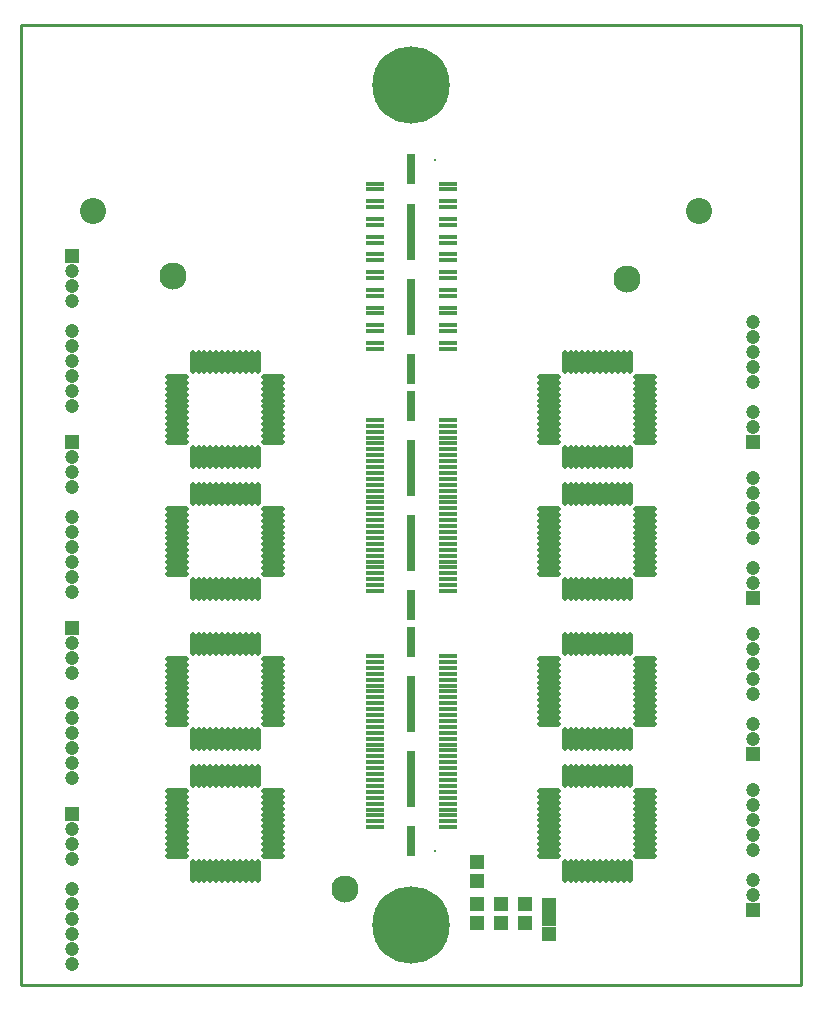
<source format=gts>
G04 Layer_Color=8388736*
%FSLAX25Y25*%
%MOIN*%
G70*
G01*
G75*
%ADD17C,0.01000*%
%ADD284R,0.04737X0.04540*%
%ADD285R,0.04737X0.04737*%
%ADD286O,0.07887X0.01981*%
%ADD287O,0.01981X0.07887*%
%ADD288R,0.06102X0.01575*%
%ADD289R,0.02913X0.10394*%
%ADD290R,0.02913X0.18898*%
%ADD291C,0.04737*%
%ADD292R,0.04737X0.04737*%
%ADD293C,0.09055*%
%ADD294C,0.25800*%
%ADD295C,0.00800*%
%ADD296C,0.08674*%
D17*
X0Y0D02*
X260000D01*
Y320000D01*
X0D02*
X260000D01*
X0Y0D02*
Y320000D01*
D284*
X152000Y20752D02*
D03*
Y27248D02*
D03*
X160000Y20752D02*
D03*
Y27248D02*
D03*
X168000Y20752D02*
D03*
Y27248D02*
D03*
X152000Y34752D02*
D03*
Y41248D02*
D03*
D285*
X176000Y26921D02*
D03*
Y22000D02*
D03*
Y17079D02*
D03*
D286*
X83945Y202827D02*
D03*
Y200858D02*
D03*
Y198890D02*
D03*
Y196921D02*
D03*
Y194953D02*
D03*
Y192984D02*
D03*
Y191016D02*
D03*
Y189047D02*
D03*
Y187079D02*
D03*
Y185110D02*
D03*
Y183142D02*
D03*
Y181173D02*
D03*
X52055D02*
D03*
Y183142D02*
D03*
Y185110D02*
D03*
Y187079D02*
D03*
Y189047D02*
D03*
Y191016D02*
D03*
Y192984D02*
D03*
Y194953D02*
D03*
Y196921D02*
D03*
Y198890D02*
D03*
Y200858D02*
D03*
Y202827D02*
D03*
X207945D02*
D03*
Y200858D02*
D03*
Y198890D02*
D03*
Y196921D02*
D03*
Y194953D02*
D03*
Y192984D02*
D03*
Y191016D02*
D03*
Y189047D02*
D03*
Y187079D02*
D03*
Y185110D02*
D03*
Y183142D02*
D03*
Y181173D02*
D03*
X176055D02*
D03*
Y183142D02*
D03*
Y185110D02*
D03*
Y187079D02*
D03*
Y189047D02*
D03*
Y191016D02*
D03*
Y192984D02*
D03*
Y194953D02*
D03*
Y196921D02*
D03*
Y198890D02*
D03*
Y200858D02*
D03*
Y202827D02*
D03*
X207945Y158827D02*
D03*
Y156858D02*
D03*
Y154890D02*
D03*
Y152921D02*
D03*
Y150953D02*
D03*
Y148984D02*
D03*
Y147016D02*
D03*
Y145047D02*
D03*
Y143079D02*
D03*
Y141110D02*
D03*
Y139142D02*
D03*
Y137173D02*
D03*
X176055D02*
D03*
Y139142D02*
D03*
Y141110D02*
D03*
Y143079D02*
D03*
Y145047D02*
D03*
Y147016D02*
D03*
Y148984D02*
D03*
Y150953D02*
D03*
Y152921D02*
D03*
Y154890D02*
D03*
Y156858D02*
D03*
Y158827D02*
D03*
X207945Y108827D02*
D03*
Y106858D02*
D03*
Y104890D02*
D03*
Y102921D02*
D03*
Y100953D02*
D03*
Y98984D02*
D03*
Y97016D02*
D03*
Y95047D02*
D03*
Y93079D02*
D03*
Y91110D02*
D03*
Y89142D02*
D03*
Y87173D02*
D03*
X176055D02*
D03*
Y89142D02*
D03*
Y91110D02*
D03*
Y93079D02*
D03*
Y95047D02*
D03*
Y97016D02*
D03*
Y98984D02*
D03*
Y100953D02*
D03*
Y102921D02*
D03*
Y104890D02*
D03*
Y106858D02*
D03*
Y108827D02*
D03*
X207945Y64827D02*
D03*
Y62858D02*
D03*
Y60890D02*
D03*
Y58921D02*
D03*
Y56953D02*
D03*
Y54984D02*
D03*
Y53016D02*
D03*
Y51047D02*
D03*
Y49079D02*
D03*
Y47110D02*
D03*
Y45142D02*
D03*
Y43173D02*
D03*
X176055D02*
D03*
Y45142D02*
D03*
Y47110D02*
D03*
Y49079D02*
D03*
Y51047D02*
D03*
Y53016D02*
D03*
Y54984D02*
D03*
Y56953D02*
D03*
Y58921D02*
D03*
Y60890D02*
D03*
Y62858D02*
D03*
Y64827D02*
D03*
X83945Y158827D02*
D03*
Y156858D02*
D03*
Y154890D02*
D03*
Y152921D02*
D03*
Y150953D02*
D03*
Y148984D02*
D03*
Y147016D02*
D03*
Y145047D02*
D03*
Y143079D02*
D03*
Y141110D02*
D03*
Y139142D02*
D03*
Y137173D02*
D03*
X52055D02*
D03*
Y139142D02*
D03*
Y141110D02*
D03*
Y143079D02*
D03*
Y145047D02*
D03*
Y147016D02*
D03*
Y148984D02*
D03*
Y150953D02*
D03*
Y152921D02*
D03*
Y154890D02*
D03*
Y156858D02*
D03*
Y158827D02*
D03*
X83945Y108827D02*
D03*
Y106858D02*
D03*
Y104890D02*
D03*
Y102921D02*
D03*
Y100953D02*
D03*
Y98984D02*
D03*
Y97016D02*
D03*
Y95047D02*
D03*
Y93079D02*
D03*
Y91110D02*
D03*
Y89142D02*
D03*
Y87173D02*
D03*
X52055D02*
D03*
Y89142D02*
D03*
Y91110D02*
D03*
Y93079D02*
D03*
Y95047D02*
D03*
Y97016D02*
D03*
Y98984D02*
D03*
Y100953D02*
D03*
Y102921D02*
D03*
Y104890D02*
D03*
Y106858D02*
D03*
Y108827D02*
D03*
X83945Y64827D02*
D03*
Y62858D02*
D03*
Y60890D02*
D03*
Y58921D02*
D03*
Y56953D02*
D03*
Y54984D02*
D03*
Y53016D02*
D03*
Y51047D02*
D03*
Y49079D02*
D03*
Y47110D02*
D03*
Y45142D02*
D03*
Y43173D02*
D03*
X52055D02*
D03*
Y45142D02*
D03*
Y47110D02*
D03*
Y49079D02*
D03*
Y51047D02*
D03*
Y53016D02*
D03*
Y54984D02*
D03*
Y56953D02*
D03*
Y58921D02*
D03*
Y60890D02*
D03*
Y62858D02*
D03*
Y64827D02*
D03*
D287*
X78827Y176055D02*
D03*
X76858D02*
D03*
X74890D02*
D03*
X72921D02*
D03*
X70953D02*
D03*
X68984D02*
D03*
X67016D02*
D03*
X65047D02*
D03*
X63079D02*
D03*
X61110D02*
D03*
X59142D02*
D03*
X57173D02*
D03*
Y207945D02*
D03*
X59142D02*
D03*
X61110D02*
D03*
X63079D02*
D03*
X65047D02*
D03*
X67016D02*
D03*
X68984D02*
D03*
X70953D02*
D03*
X72921D02*
D03*
X74890D02*
D03*
X76858D02*
D03*
X78827D02*
D03*
X202827Y176055D02*
D03*
X200858D02*
D03*
X198890D02*
D03*
X196921D02*
D03*
X194953D02*
D03*
X192984D02*
D03*
X191016D02*
D03*
X189047D02*
D03*
X187079D02*
D03*
X185110D02*
D03*
X183142D02*
D03*
X181173D02*
D03*
Y207945D02*
D03*
X183142D02*
D03*
X185110D02*
D03*
X187079D02*
D03*
X189047D02*
D03*
X191016D02*
D03*
X192984D02*
D03*
X194953D02*
D03*
X196921D02*
D03*
X198890D02*
D03*
X200858D02*
D03*
X202827D02*
D03*
Y132055D02*
D03*
X200858D02*
D03*
X198890D02*
D03*
X196921D02*
D03*
X194953D02*
D03*
X192984D02*
D03*
X191016D02*
D03*
X189047D02*
D03*
X187079D02*
D03*
X185110D02*
D03*
X183142D02*
D03*
X181173D02*
D03*
Y163945D02*
D03*
X183142D02*
D03*
X185110D02*
D03*
X187079D02*
D03*
X189047D02*
D03*
X191016D02*
D03*
X192984D02*
D03*
X194953D02*
D03*
X196921D02*
D03*
X198890D02*
D03*
X200858D02*
D03*
X202827D02*
D03*
Y82055D02*
D03*
X200858D02*
D03*
X198890D02*
D03*
X196921D02*
D03*
X194953D02*
D03*
X192984D02*
D03*
X191016D02*
D03*
X189047D02*
D03*
X187079D02*
D03*
X185110D02*
D03*
X183142D02*
D03*
X181173D02*
D03*
Y113945D02*
D03*
X183142D02*
D03*
X185110D02*
D03*
X187079D02*
D03*
X189047D02*
D03*
X191016D02*
D03*
X192984D02*
D03*
X194953D02*
D03*
X196921D02*
D03*
X198890D02*
D03*
X200858D02*
D03*
X202827D02*
D03*
Y38055D02*
D03*
X200858D02*
D03*
X198890D02*
D03*
X196921D02*
D03*
X194953D02*
D03*
X192984D02*
D03*
X191016D02*
D03*
X189047D02*
D03*
X187079D02*
D03*
X185110D02*
D03*
X183142D02*
D03*
X181173D02*
D03*
Y69945D02*
D03*
X183142D02*
D03*
X185110D02*
D03*
X187079D02*
D03*
X189047D02*
D03*
X191016D02*
D03*
X192984D02*
D03*
X194953D02*
D03*
X196921D02*
D03*
X198890D02*
D03*
X200858D02*
D03*
X202827D02*
D03*
X78827Y132055D02*
D03*
X76858D02*
D03*
X74890D02*
D03*
X72921D02*
D03*
X70953D02*
D03*
X68984D02*
D03*
X67016D02*
D03*
X65047D02*
D03*
X63079D02*
D03*
X61110D02*
D03*
X59142D02*
D03*
X57173D02*
D03*
Y163945D02*
D03*
X59142D02*
D03*
X61110D02*
D03*
X63079D02*
D03*
X65047D02*
D03*
X67016D02*
D03*
X68984D02*
D03*
X70953D02*
D03*
X72921D02*
D03*
X74890D02*
D03*
X76858D02*
D03*
X78827D02*
D03*
Y82055D02*
D03*
X76858D02*
D03*
X74890D02*
D03*
X72921D02*
D03*
X70953D02*
D03*
X68984D02*
D03*
X67016D02*
D03*
X65047D02*
D03*
X63079D02*
D03*
X61110D02*
D03*
X59142D02*
D03*
X57173D02*
D03*
Y113945D02*
D03*
X59142D02*
D03*
X61110D02*
D03*
X63079D02*
D03*
X65047D02*
D03*
X67016D02*
D03*
X68984D02*
D03*
X70953D02*
D03*
X72921D02*
D03*
X74890D02*
D03*
X76858D02*
D03*
X78827D02*
D03*
Y38055D02*
D03*
X76858D02*
D03*
X74890D02*
D03*
X72921D02*
D03*
X70953D02*
D03*
X68984D02*
D03*
X67016D02*
D03*
X65047D02*
D03*
X63079D02*
D03*
X61110D02*
D03*
X59142D02*
D03*
X57173D02*
D03*
Y69945D02*
D03*
X59142D02*
D03*
X61110D02*
D03*
X63079D02*
D03*
X65047D02*
D03*
X67016D02*
D03*
X68984D02*
D03*
X70953D02*
D03*
X72921D02*
D03*
X74890D02*
D03*
X76858D02*
D03*
X78827D02*
D03*
D288*
X142165Y267284D02*
D03*
X117835D02*
D03*
X142165Y265315D02*
D03*
X117835D02*
D03*
X142165Y261378D02*
D03*
X117835D02*
D03*
X142165Y259409D02*
D03*
X117835D02*
D03*
X142165Y255472D02*
D03*
X117835D02*
D03*
X142165Y253504D02*
D03*
X117835D02*
D03*
X142165Y249567D02*
D03*
X117835D02*
D03*
X142165Y247598D02*
D03*
X117835D02*
D03*
X142165Y243661D02*
D03*
X117835D02*
D03*
X142165Y241693D02*
D03*
X117835D02*
D03*
X142165Y237756D02*
D03*
X117835D02*
D03*
X142165Y235787D02*
D03*
X117835D02*
D03*
X142165Y231850D02*
D03*
X117835D02*
D03*
X142165Y229882D02*
D03*
X117835D02*
D03*
X142165Y225945D02*
D03*
X117835D02*
D03*
X142165Y223976D02*
D03*
X117835D02*
D03*
X142165Y220039D02*
D03*
X117835D02*
D03*
X142165Y218071D02*
D03*
X117835D02*
D03*
X142165Y214134D02*
D03*
X117835D02*
D03*
X142165Y212165D02*
D03*
X117835D02*
D03*
X142165Y188543D02*
D03*
X117835D02*
D03*
X142165Y186575D02*
D03*
X117835D02*
D03*
X142165Y184606D02*
D03*
X117835D02*
D03*
X142165Y182638D02*
D03*
X117835D02*
D03*
X142165Y180669D02*
D03*
X117835D02*
D03*
X142165Y178701D02*
D03*
X117835D02*
D03*
X142165Y176732D02*
D03*
X117835D02*
D03*
X142165Y174764D02*
D03*
X117835D02*
D03*
X142165Y172795D02*
D03*
X117835D02*
D03*
X142165Y170827D02*
D03*
X117835D02*
D03*
X142165Y168858D02*
D03*
X117835D02*
D03*
X142165Y166890D02*
D03*
X117835D02*
D03*
X142165Y164921D02*
D03*
X117835D02*
D03*
X142165Y162953D02*
D03*
X117835D02*
D03*
X142165Y160984D02*
D03*
X117835D02*
D03*
X142165Y159016D02*
D03*
X117835D02*
D03*
X142165Y157047D02*
D03*
X117835D02*
D03*
X142165Y155079D02*
D03*
X117835D02*
D03*
X142165Y153110D02*
D03*
X117835D02*
D03*
X142165Y151142D02*
D03*
X117835D02*
D03*
X142165Y149173D02*
D03*
X117835D02*
D03*
X142165Y147205D02*
D03*
X117835D02*
D03*
X142165Y145236D02*
D03*
X117835D02*
D03*
X142165Y143268D02*
D03*
X117835D02*
D03*
X142165Y141299D02*
D03*
X117835D02*
D03*
X142165Y139331D02*
D03*
X117835D02*
D03*
X142165Y137362D02*
D03*
X117835D02*
D03*
X142165Y135394D02*
D03*
X117835D02*
D03*
X142165Y133425D02*
D03*
X117835D02*
D03*
X142165Y131457D02*
D03*
X117835D02*
D03*
X142165Y109803D02*
D03*
X117835D02*
D03*
X142165Y107835D02*
D03*
X117835D02*
D03*
X142165Y105866D02*
D03*
X117835D02*
D03*
X142165Y103898D02*
D03*
X117835D02*
D03*
X142165Y101929D02*
D03*
X117835D02*
D03*
X142165Y99961D02*
D03*
X117835D02*
D03*
X142165Y97992D02*
D03*
X117835D02*
D03*
X142165Y96024D02*
D03*
X117835D02*
D03*
X142165Y94055D02*
D03*
X117835D02*
D03*
X142165Y92087D02*
D03*
X117835D02*
D03*
X142165Y90118D02*
D03*
X117835D02*
D03*
X142165Y88150D02*
D03*
X117835D02*
D03*
X142165Y86181D02*
D03*
X117835D02*
D03*
X142165Y84213D02*
D03*
X117835D02*
D03*
X142165Y82244D02*
D03*
X117835D02*
D03*
X142165Y80276D02*
D03*
X117835D02*
D03*
X142165Y78307D02*
D03*
X117835D02*
D03*
X142165Y76339D02*
D03*
X117835D02*
D03*
X142165Y74370D02*
D03*
X117835D02*
D03*
X142165Y72402D02*
D03*
X117835D02*
D03*
X142165Y70433D02*
D03*
X117835D02*
D03*
X142165Y68465D02*
D03*
X117835D02*
D03*
X142165Y66496D02*
D03*
X117835D02*
D03*
X142165Y64528D02*
D03*
X117835D02*
D03*
X142165Y62559D02*
D03*
X117835D02*
D03*
X142165Y60590D02*
D03*
X117835D02*
D03*
X142165Y58622D02*
D03*
X117835D02*
D03*
X142165Y56653D02*
D03*
X117835D02*
D03*
X142165Y54685D02*
D03*
X117835D02*
D03*
X142165Y52716D02*
D03*
X117835D02*
D03*
D289*
X130000Y271988D02*
D03*
Y205492D02*
D03*
Y193248D02*
D03*
Y126752D02*
D03*
Y114508D02*
D03*
Y48012D02*
D03*
D290*
Y251240D02*
D03*
Y226240D02*
D03*
Y172500D02*
D03*
Y147500D02*
D03*
Y93760D02*
D03*
Y68760D02*
D03*
D291*
X244000Y221000D02*
D03*
Y216000D02*
D03*
Y211000D02*
D03*
Y206000D02*
D03*
Y201000D02*
D03*
Y191000D02*
D03*
Y186000D02*
D03*
Y169000D02*
D03*
Y164000D02*
D03*
Y159000D02*
D03*
Y154000D02*
D03*
Y149000D02*
D03*
Y139000D02*
D03*
Y134000D02*
D03*
Y117000D02*
D03*
Y112000D02*
D03*
Y107000D02*
D03*
Y102000D02*
D03*
Y97000D02*
D03*
Y87000D02*
D03*
Y82000D02*
D03*
Y65000D02*
D03*
Y60000D02*
D03*
Y55000D02*
D03*
Y50000D02*
D03*
Y45000D02*
D03*
Y35000D02*
D03*
Y30000D02*
D03*
X17000Y7000D02*
D03*
Y12000D02*
D03*
Y17000D02*
D03*
Y22000D02*
D03*
Y27000D02*
D03*
Y32000D02*
D03*
Y42000D02*
D03*
Y47000D02*
D03*
Y52000D02*
D03*
Y69000D02*
D03*
Y74000D02*
D03*
Y79000D02*
D03*
Y84000D02*
D03*
Y89000D02*
D03*
Y94000D02*
D03*
Y104000D02*
D03*
Y109000D02*
D03*
Y114000D02*
D03*
Y131000D02*
D03*
Y136000D02*
D03*
Y141000D02*
D03*
Y146000D02*
D03*
Y151000D02*
D03*
Y156000D02*
D03*
Y166000D02*
D03*
Y171000D02*
D03*
Y176000D02*
D03*
Y193000D02*
D03*
Y198000D02*
D03*
Y203000D02*
D03*
Y208000D02*
D03*
Y213000D02*
D03*
Y218000D02*
D03*
Y228000D02*
D03*
Y233000D02*
D03*
Y238000D02*
D03*
D292*
X244000Y181000D02*
D03*
Y129000D02*
D03*
Y77000D02*
D03*
Y25000D02*
D03*
X17000Y57000D02*
D03*
Y119000D02*
D03*
Y181000D02*
D03*
Y243000D02*
D03*
D293*
X202000Y235500D02*
D03*
X50500Y236500D02*
D03*
X108000Y32000D02*
D03*
D294*
X130000Y19996D02*
D03*
Y300004D02*
D03*
D295*
X137992Y275118D02*
D03*
Y44882D02*
D03*
D296*
X24000Y258000D02*
D03*
X226000D02*
D03*
M02*

</source>
